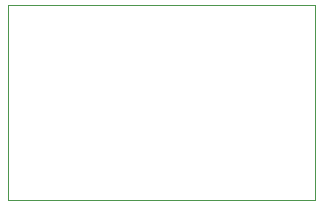
<source format=gbr>
%TF.GenerationSoftware,KiCad,Pcbnew,9.0.2*%
%TF.CreationDate,2025-12-13T15:21:03+01:00*%
%TF.ProjectId,p,702e6b69-6361-4645-9f70-636258585858,rev?*%
%TF.SameCoordinates,PX1c22260PY29f6300*%
%TF.FileFunction,Profile,NP*%
%FSLAX46Y46*%
G04 Gerber Fmt 4.6, Leading zero omitted, Abs format (unit mm)*
G04 Created by KiCad (PCBNEW 9.0.2) date 2025-12-13 15:21:03*
%MOMM*%
%LPD*%
G01*
G04 APERTURE LIST*
%TA.AperFunction,Profile*%
%ADD10C,0.050000*%
%TD*%
G04 APERTURE END LIST*
D10*
X0Y0D02*
X0Y16500000D01*
X0Y16500000D02*
X26000000Y16500000D01*
X26000000Y0D02*
X0Y0D01*
X26000000Y16500000D02*
X26000000Y0D01*
M02*

</source>
